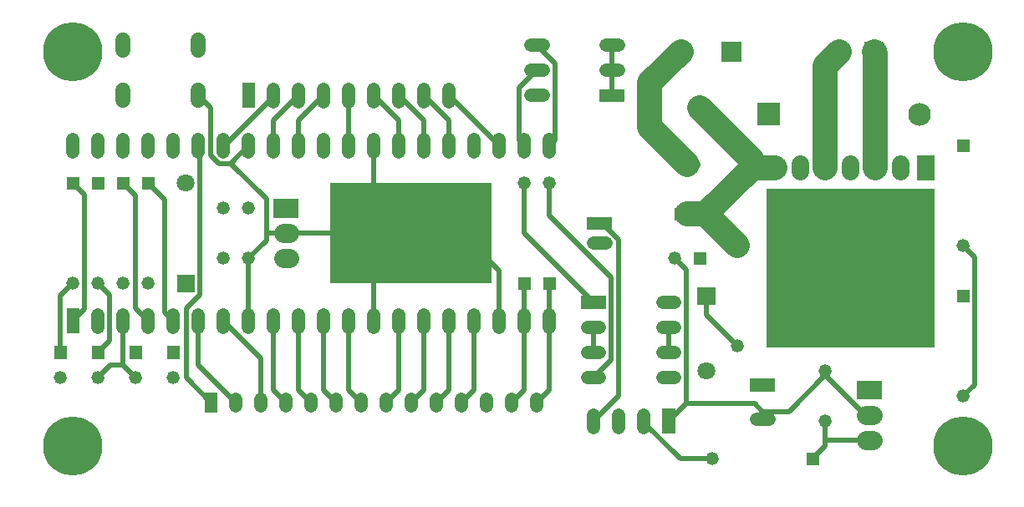
<source format=gtl>
%FSLAX24Y24*%
%MOIN*%
%ADD10C,0.0200*%
%ADD11C,0.0520*%
%ADD12C,0.0600*%
%ADD13C,0.0700*%
%ADD14C,0.0709*%
%ADD15C,0.0750*%
%ADD16C,0.0787*%
%ADD17C,0.0906*%
%ADD18C,0.1000*%
%ADD19C,0.2362*%
D10*
G01X20000Y12500D02*
X20000Y10500D01*
X20000Y10500D02*
X22750Y7750D01*
X20500Y18000D02*
X21227Y17272D01*
X21227Y17272D02*
X21227Y14227D01*
X21227Y14227D02*
X21000Y14000D01*
X13000Y14000D02*
X13000Y16000D01*
X13000Y7000D02*
X13000Y4250D01*
X13000Y4250D02*
X13499Y3750D01*
X21000Y12500D02*
X21000Y11215D01*
X21000Y11215D02*
X23455Y8760D01*
X23455Y8760D02*
X23455Y5455D01*
X23455Y5455D02*
X22749Y4750D01*
X2000Y7000D02*
X2462Y7462D01*
X2462Y7462D02*
X2462Y12037D01*
X2462Y12037D02*
X2000Y12499D01*
X21000Y8499D02*
X21000Y7000D01*
X21000Y7000D02*
X21000Y4250D01*
X21000Y4250D02*
X20500Y3750D01*
X25749Y6750D02*
X25749Y5750D01*
X32000Y2250D02*
X33749Y2249D01*
X31500Y1500D02*
X32000Y2000D01*
X32000Y2000D02*
X32000Y2250D01*
X32000Y2250D02*
X32000Y3000D01*
X15000Y14000D02*
X15000Y15000D01*
X15000Y15000D02*
X14000Y16000D01*
X11000Y14000D02*
X11000Y15000D01*
X11000Y15000D02*
X12000Y16000D01*
X7000Y14000D02*
X7060Y13939D01*
X7060Y13939D02*
X7060Y8038D01*
X7060Y8038D02*
X6521Y7500D01*
X6521Y7500D02*
X6521Y4728D01*
X6521Y4728D02*
X7500Y3750D01*
X6000Y7000D02*
X5645Y7354D01*
X5645Y7354D02*
X5645Y11854D01*
X5645Y11854D02*
X5000Y12499D01*
X8000Y14000D02*
X8046Y14000D01*
X8046Y14000D02*
X10000Y15953D01*
X10000Y15953D02*
X10000Y16000D01*
X18000Y7000D02*
X18000Y4250D01*
X18000Y4250D02*
X17500Y3750D01*
X11000Y7000D02*
X11000Y4250D01*
X11000Y4250D02*
X11500Y3750D01*
X17000Y7000D02*
X17000Y4250D01*
X17000Y4250D02*
X16500Y3750D01*
X5000Y7000D02*
X4500Y7500D01*
X4500Y7500D02*
X4500Y12000D01*
X4500Y12000D02*
X4000Y12499D01*
X37500Y10000D02*
X37960Y9539D01*
X37960Y9539D02*
X37960Y4460D01*
X37960Y4460D02*
X37500Y4000D01*
X26000Y9500D02*
X26450Y9049D01*
X26450Y9049D02*
X26450Y3700D01*
X26450Y3700D02*
X25749Y3000D01*
X32000Y5000D02*
X32000Y4837D01*
X32000Y4837D02*
X33587Y3250D01*
X33587Y3250D02*
X33750Y3249D01*
X29500Y3380D02*
X29500Y3061D01*
X26450Y3700D02*
X29180Y3700D01*
X29180Y3700D02*
X29500Y3380D01*
X29500Y3380D02*
X30542Y3380D01*
X30542Y3380D02*
X32000Y4837D01*
X16000Y14000D02*
X16000Y15000D01*
X16000Y15000D02*
X15000Y16000D01*
X15000Y7000D02*
X15000Y4250D01*
X15000Y4250D02*
X14500Y3750D01*
X1999Y8499D02*
X1500Y8000D01*
X1500Y8000D02*
X1500Y5749D01*
X20500Y17000D02*
X19797Y16297D01*
X19797Y16297D02*
X19797Y14202D01*
X19797Y14202D02*
X20000Y14000D01*
X20000Y8499D02*
X20000Y7000D01*
X20000Y7000D02*
X20000Y4250D01*
X20000Y4250D02*
X19499Y3750D01*
X27250Y7999D02*
X27250Y7250D01*
X27250Y7250D02*
X28500Y6000D01*
X2999Y8499D02*
X3468Y8031D01*
X3468Y8031D02*
X3468Y6218D01*
X3468Y6218D02*
X3000Y5749D01*
X24750Y3000D02*
X24750Y2956D01*
X24750Y2956D02*
X26206Y1500D01*
X26206Y1500D02*
X27500Y1500D01*
X23000Y10893D02*
X23107Y10893D01*
X23107Y10893D02*
X23761Y10239D01*
X23761Y10239D02*
X23761Y4011D01*
X23761Y4011D02*
X22749Y3000D01*
X10000Y14000D02*
X10000Y15000D01*
X10000Y15000D02*
X10999Y16000D01*
X16000Y7000D02*
X16000Y4250D01*
X16000Y4250D02*
X15500Y3750D01*
X14000Y10500D02*
X14000Y7000D01*
X14000Y14000D02*
X14000Y10500D01*
X22749Y5750D02*
X22749Y6750D01*
X23500Y18000D02*
X23500Y17000D01*
X23500Y17000D02*
X23500Y16000D01*
X4000Y5250D02*
X3500Y5250D01*
X3500Y5250D02*
X3000Y4749D01*
X4000Y7000D02*
X4000Y5250D01*
X4000Y5250D02*
X4500Y4749D01*
X6999Y16000D02*
X7500Y15500D01*
X7500Y15500D02*
X7500Y13607D01*
X7500Y13607D02*
X7815Y13292D01*
X7815Y13292D02*
X8292Y13292D01*
X8292Y13292D02*
X9000Y14000D01*
X9712Y10500D02*
X9712Y11871D01*
X9712Y11871D02*
X8292Y13292D01*
X9712Y10500D02*
X10500Y10500D01*
X14500Y10500D02*
X17500Y10500D01*
X17000Y16000D02*
X19000Y14000D01*
X9712Y10500D02*
X9712Y10212D01*
X9712Y10212D02*
X9000Y9500D01*
X9000Y9500D02*
X9000Y7000D01*
X10500Y10500D02*
X14000Y10500D01*
X14000Y10500D02*
X14500Y10500D01*
X19000Y7000D02*
X19000Y9000D01*
X19000Y9000D02*
X17500Y10500D01*
X8000Y7000D02*
X9500Y5500D01*
X9500Y5500D02*
X9500Y3750D01*
X10000Y7000D02*
X10000Y4250D01*
X10000Y4250D02*
X10500Y3750D01*
X8499Y3750D02*
X7000Y5250D01*
X7000Y5250D02*
X7000Y7000D01*
X17000Y14000D02*
X17000Y15000D01*
X17000Y15000D02*
X15999Y16000D01*
X12000Y7000D02*
X12000Y4250D01*
X12000Y4250D02*
X12500Y3750D01*
D11*
G01X25000Y15500D03*
X27000Y15500D03*
X20000Y12500D03*
X21000Y12500D03*
X37500Y10000D03*
X37500Y4000D03*
X26000Y9500D03*
X32000Y5000D03*
X32000Y3000D03*
X1500Y4749D03*
X6000Y4749D03*
X4500Y4749D03*
X3000Y4749D03*
X1999Y8499D03*
X2999Y8499D03*
X4000Y8499D03*
X5000Y8499D03*
X9000Y9500D03*
X9000Y11500D03*
X8000Y9500D03*
X8000Y11500D03*
X28500Y6000D03*
X27500Y1500D03*
X29740Y3061D02*
X29260Y3061D01*
X26260Y13234D02*
X26740Y13234D01*
X25510Y5750D02*
X25989Y5750D01*
X22510Y6750D02*
X22990Y6750D01*
X25510Y7750D02*
X25989Y7750D01*
X25510Y4750D02*
X25989Y4750D01*
X25510Y6750D02*
X25989Y6750D01*
X22510Y5750D02*
X22990Y5750D01*
X22510Y4750D02*
X22990Y4750D01*
X8000Y13760D02*
X8000Y14239D01*
X13000Y13760D02*
X13000Y14239D01*
X20000Y13760D02*
X20000Y14239D01*
X2000Y13760D02*
X2000Y14239D01*
X8000Y6759D02*
X8000Y7240D01*
X12000Y13760D02*
X12000Y14239D01*
X16000Y6759D02*
X16000Y7240D01*
X5000Y13760D02*
X5000Y14239D01*
X10000Y13760D02*
X10000Y14239D01*
X18000Y13760D02*
X18000Y14239D01*
X17000Y6759D02*
X17000Y7240D01*
X3000Y6759D02*
X3000Y7240D01*
X4000Y13760D02*
X4000Y14239D01*
X15000Y6759D02*
X15000Y7240D01*
X17000Y13760D02*
X17000Y14239D01*
X6000Y6759D02*
X6000Y7240D01*
X9000Y6759D02*
X9000Y7240D01*
X19000Y6759D02*
X19000Y7240D01*
X11000Y6759D02*
X11000Y7240D01*
X16000Y13760D02*
X16000Y14239D01*
X6000Y13760D02*
X6000Y14239D01*
X13000Y6759D02*
X13000Y7240D01*
X21000Y13760D02*
X21000Y14239D01*
X15000Y13760D02*
X15000Y14239D01*
X10000Y6759D02*
X10000Y7240D01*
X3000Y13760D02*
X3000Y14239D01*
X5000Y6759D02*
X5000Y7240D01*
X18000Y6759D02*
X18000Y7240D01*
X7000Y6759D02*
X7000Y7240D01*
X14000Y6759D02*
X14000Y7240D01*
X20000Y6759D02*
X20000Y7240D01*
X12000Y6759D02*
X12000Y7240D01*
X11000Y13760D02*
X11000Y14239D01*
X4000Y6759D02*
X4000Y7240D01*
X7000Y13760D02*
X7000Y14239D01*
X14000Y13760D02*
X14000Y14239D01*
X9000Y13760D02*
X9000Y14239D01*
X21000Y6759D02*
X21000Y7240D01*
X19000Y13760D02*
X19000Y14239D01*
X22749Y3240D02*
X22749Y2760D01*
X24750Y3240D02*
X24750Y2760D01*
X23750Y3240D02*
X23750Y2760D01*
X17000Y15760D02*
X17000Y16240D01*
X13000Y15760D02*
X13000Y16240D01*
X16000Y15760D02*
X16000Y16240D01*
X10000Y15760D02*
X10000Y16240D01*
X12000Y15760D02*
X12000Y16240D01*
X14000Y15760D02*
X14000Y16240D01*
X15000Y15760D02*
X15000Y16240D01*
X10999Y15760D02*
X10999Y16240D01*
X23740Y17000D02*
X23260Y17000D01*
X20740Y17000D02*
X20260Y17000D01*
X20740Y18000D02*
X20260Y18000D01*
X20740Y16000D02*
X20260Y16000D01*
X23740Y18000D02*
X23260Y18000D01*
X13499Y3610D02*
X13499Y3890D01*
X14500Y3610D02*
X14500Y3890D01*
X12500Y3610D02*
X12500Y3890D01*
X8500Y3610D02*
X8500Y3890D01*
X10500Y3610D02*
X10500Y3890D01*
X16500Y3610D02*
X16500Y3890D01*
X11500Y3610D02*
X11500Y3890D01*
X17500Y3610D02*
X17500Y3890D01*
X19499Y3610D02*
X19499Y3890D01*
X9500Y3610D02*
X9500Y3890D01*
X20500Y3610D02*
X20500Y3890D01*
X15500Y3610D02*
X15500Y3890D01*
X18500Y3610D02*
X18500Y3890D01*
X23239Y10106D02*
X22759Y10106D01*
D12*
G01X3999Y18200D02*
X3999Y17800D01*
X3999Y16200D02*
X3999Y15800D01*
X6999Y16200D02*
X6999Y15800D01*
X6999Y18200D02*
X6999Y17800D01*
D13*
G01X32000Y13275D02*
X32000Y12975D01*
X31000Y13275D02*
X31000Y12975D01*
X30000Y13275D02*
X30000Y12975D01*
X35000Y13275D02*
X35000Y12975D01*
X33000Y13275D02*
X33000Y12975D01*
X34000Y13275D02*
X34000Y12975D01*
D14*
G01X6500Y12512D03*
X27250Y4999D03*
D15*
G01X33625Y2249D02*
X33875Y2249D01*
X33625Y3249D02*
X33875Y3249D01*
X10375Y10500D02*
X10625Y10500D01*
X10375Y9500D02*
X10625Y9500D01*
D16*
G01X26250Y17750D03*
X32561Y17750D03*
D17*
G01X35750Y15250D03*
D18*
G01X32000Y13125D02*
X32000Y17188D01*
X32000Y17188D02*
X32561Y17750D01*
X29093Y13125D02*
X30000Y13125D01*
X27234Y11265D02*
X29093Y13125D01*
X27000Y15500D02*
X29093Y13406D01*
X29093Y13406D02*
X29093Y13125D01*
X27234Y11265D02*
X28500Y10000D01*
X26500Y11265D02*
X27234Y11265D01*
X25000Y15500D02*
X25000Y16500D01*
X25000Y16500D02*
X26250Y17750D01*
X26500Y13234D02*
X25000Y14734D01*
X25000Y14734D02*
X25000Y15500D01*
X34000Y13125D02*
X34000Y17688D01*
X34000Y17688D02*
X33938Y17750D01*
D19*
G01X2000Y2000D03*
X2000Y17750D03*
X37500Y17750D03*
X37500Y2000D03*
G36*
X29000Y4698D02*G01*
X28999Y4178D01*X30000Y4178D01*X30000Y4698D01*G37*
G36*
X27000Y11525D02*G01*
X26000Y11525D01*X26000Y11005D01*X27000Y11005D01*G37*
G36*
X27856Y17356D02*G01*
X28643Y17356D01*X28643Y18143D01*X27856Y18143D01*G37*
G36*
X35650Y12625D02*G01*
X36350Y12625D01*X36350Y13625D01*X35650Y13625D01*G37*
G36*
X29653Y5957D02*G01*
X36346Y5957D01*X36346Y8792D01*X29653Y8792D01*G37*
G36*
X29653Y8728D02*G01*
X36346Y8728D01*X36346Y12271D01*X29653Y12271D01*G37*
G36*
X19739Y8760D02*G01*
X19739Y8240D01*X20259Y8240D01*X20259Y8760D01*G37*
G36*
X20739Y8760D02*G01*
X20739Y8240D01*X21259Y8240D01*X21259Y8760D01*G37*
G36*
X23249Y7490D02*G01*
X23249Y8010D01*X22250Y8010D01*X22250Y7490D01*G37*
G36*
X37760Y13740D02*G01*
X37760Y14260D01*X37240Y14260D01*X37240Y13740D01*G37*
G36*
X37760Y7740D02*G01*
X37760Y8260D01*X37240Y8260D01*X37240Y7740D01*G37*
G36*
X26740Y9240D02*G01*
X27260Y9240D01*X27260Y9760D01*X26740Y9760D01*G37*
G36*
X2260Y7500D02*G01*
X1740Y7500D01*X1740Y6500D01*X2260Y6500D01*G37*
G36*
X25490Y2500D02*G01*
X26010Y2500D01*X26010Y3500D01*X25490Y3500D01*G37*
G36*
X34250Y3874D02*G01*
X34250Y4625D01*X33250Y4625D01*X33250Y3875D01*G37*
G36*
X30202Y15702D02*G01*
X29297Y15702D01*X29297Y14797D01*X30202Y14797D01*G37*
G36*
X6145Y8841D02*G01*
X6145Y8133D01*X6854Y8133D01*X6854Y8841D01*G37*
G36*
X1760Y5489D02*G01*
X1760Y6009D01*X1240Y6009D01*X1240Y5489D01*G37*
G36*
X6260Y5489D02*G01*
X6260Y6009D01*X5740Y6009D01*X5740Y5489D01*G37*
G36*
X4760Y5489D02*G01*
X4760Y6009D01*X4240Y6009D01*X4240Y5489D01*G37*
G36*
X3260Y5489D02*G01*
X3260Y6009D01*X2740Y6009D01*X2740Y5489D01*G37*
G36*
X2260Y12239D02*G01*
X2260Y12759D01*X1740Y12759D01*X1740Y12239D01*G37*
G36*
X3260Y12239D02*G01*
X3260Y12759D01*X2740Y12759D01*X2740Y12239D01*G37*
G36*
X4260Y12239D02*G01*
X4260Y12759D01*X3740Y12759D01*X3740Y12239D01*G37*
G36*
X5260Y12239D02*G01*
X5260Y12759D01*X4740Y12759D01*X4740Y12239D01*G37*
G36*
X9260Y16500D02*G01*
X8740Y16500D01*X8740Y15500D01*X9260Y15500D01*G37*
G36*
X23000Y16260D02*G01*
X23000Y15740D01*X24000Y15740D01*X24000Y16260D01*G37*
G36*
X33545Y17356D02*G01*
X34332Y17356D01*X34332Y18143D01*X33545Y18143D01*G37*
G36*
X16750Y8499D02*G01*
X16750Y12500D01*X12250Y12500D01*X12250Y8500D01*G37*
G36*
X18699Y8499D02*G01*
X18700Y12499D01*X16300Y12500D01*X16300Y8499D01*G37*
G36*
X11000Y11125D02*G01*
X11000Y11875D01*X10000Y11875D01*X10000Y11125D01*G37*
G36*
X7760Y4150D02*G01*
X7240Y4150D01*X7240Y3350D01*X7760Y3350D01*G37*
G36*
X22499Y11153D02*G01*
X22499Y10633D01*X23500Y10633D01*X23500Y11153D01*G37*
G36*
X28760Y9740D02*G01*
X28760Y10260D01*X28240Y10260D01*X28240Y9740D01*G37*
G36*
X27604Y7645D02*G01*
X27604Y8354D01*X26895Y8354D01*X26895Y7645D01*G37*
G36*
X31240Y1240D02*G01*
X31760Y1240D01*X31760Y1760D01*X31240Y1760D01*G37*
M02*

</source>
